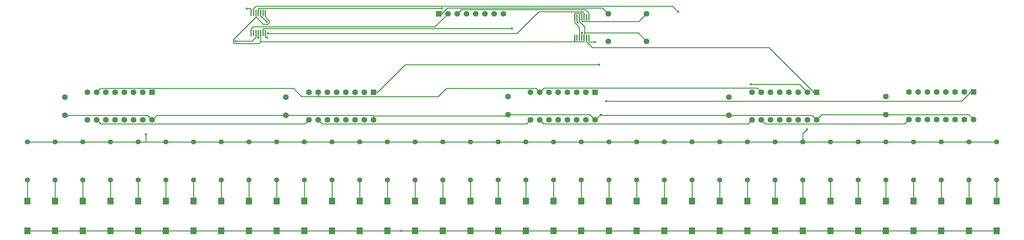
<source format=gtl>
G04 Layer: TopLayer*
G04 EasyEDA v6.5.43, 2024-07-16 18:23:05*
G04 cb6e2e9fbd21486d88ae5690d2d3dc00,10*
G04 Gerber Generator version 0.2*
G04 Scale: 100 percent, Rotated: No, Reflected: No *
G04 Dimensions in inches *
G04 leading zeros omitted , absolute positions ,3 integer and 6 decimal *
%FSLAX36Y36*%
%MOIN*%

%ADD10C,0.0100*%
%ADD11R,0.0669X0.0748*%
%ADD12R,0.0157X0.0669*%
%ADD13C,0.0630*%
%ADD14C,0.0551*%
%ADD15R,0.0620X0.0620*%
%ADD16C,0.0620*%
%ADD17R,0.0630X0.0630*%
%ADD18C,0.0240*%
%ADD19C,0.0194*%

%LPD*%
D10*
X4650000Y938580D02*
G01*
X4500000Y938580D01*
X4800000Y938580D02*
G01*
X4650000Y938580D01*
X5055000Y3300000D02*
G01*
X5097010Y3300000D01*
X5097010Y3300000D02*
G01*
X5097010Y3310500D01*
X5149430Y3362919D01*
X6830389Y3362919D01*
X6893310Y3300000D01*
X4350000Y2188069D02*
G01*
X5791490Y2188069D01*
X5805000Y2201579D01*
X3400000Y2196579D02*
G01*
X4341490Y2196579D01*
X4350000Y2188069D01*
X4350000Y2145000D02*
G01*
X4350000Y2188069D01*
X3400000Y2196579D02*
G01*
X2001580Y2196579D01*
X1950000Y2145000D01*
X6811629Y2196579D02*
G01*
X6801580Y2196579D01*
X6750000Y2145000D01*
X8200000Y2196579D02*
G01*
X6811629Y2196579D01*
X6811629Y2196579D02*
G01*
X6811629Y2201280D01*
X9150000Y2145000D02*
G01*
X9098419Y2196579D01*
X8200000Y2196579D01*
X10850000Y2150000D02*
G01*
X10798400Y2201579D01*
X9900000Y2201579D01*
X1005000Y2196579D02*
G01*
X1898419Y2196579D01*
X1950000Y2145000D01*
X5805000Y2201579D02*
G01*
X6693419Y2201579D01*
X6750000Y2145000D01*
X9900000Y2201579D02*
G01*
X9206580Y2201579D01*
X9150000Y2145000D01*
X4500000Y938580D02*
G01*
X4200000Y938580D01*
X900000Y938580D02*
G01*
X600000Y938580D01*
X1200000Y938580D02*
G01*
X900000Y938580D01*
X1500000Y938580D02*
G01*
X1200000Y938580D01*
X1800000Y938580D02*
G01*
X1500000Y938580D01*
X2100000Y938580D02*
G01*
X1800000Y938580D01*
X2400000Y938580D02*
G01*
X2100000Y938580D01*
X2700000Y938580D02*
G01*
X2400000Y938580D01*
X3000000Y938580D02*
G01*
X2700000Y938580D01*
X3300000Y938580D02*
G01*
X3000000Y938580D01*
X3600000Y938580D02*
G01*
X3300000Y938580D01*
X3900000Y938580D02*
G01*
X3600000Y938580D01*
X4200000Y938580D02*
G01*
X3900000Y938580D01*
X5100000Y938580D02*
G01*
X4800000Y938580D01*
X5400000Y938580D02*
G01*
X5100000Y938580D01*
X5700000Y938580D02*
G01*
X5400000Y938580D01*
X6000000Y938580D02*
G01*
X5700000Y938580D01*
X6300000Y938580D02*
G01*
X6000000Y938580D01*
X6600000Y938580D02*
G01*
X6300000Y938580D01*
X6900000Y938580D02*
G01*
X6600000Y938580D01*
X7200000Y938580D02*
G01*
X6900000Y938580D01*
X7500000Y938580D02*
G01*
X7200000Y938580D01*
X7800000Y938580D02*
G01*
X7500000Y938580D01*
X8100000Y938580D02*
G01*
X7800000Y938580D01*
X8400000Y938580D02*
G01*
X8100000Y938580D01*
X8700000Y938580D02*
G01*
X8400000Y938580D01*
X9000000Y938580D02*
G01*
X8700000Y938580D01*
X9300000Y938580D02*
G01*
X9000000Y938580D01*
X9600000Y938580D02*
G01*
X9300000Y938580D01*
X9900000Y938580D02*
G01*
X9600000Y938580D01*
X10200000Y938580D02*
G01*
X9900000Y938580D01*
X10500000Y938580D02*
G01*
X10200000Y938580D01*
X10800000Y938580D02*
G01*
X10500000Y938580D01*
X11100000Y938580D02*
G01*
X10800000Y938580D01*
X3151180Y3089760D02*
G01*
X3151180Y3134240D01*
X3151180Y3134240D02*
G01*
X3156019Y3139079D01*
X5849530Y3139079D01*
X8550000Y2445000D02*
G01*
X8504040Y2490960D01*
X6195959Y2490960D01*
X6150000Y2445000D01*
X3750000Y2400100D02*
G01*
X5050379Y2400100D01*
X5137860Y2487579D01*
X6107420Y2487579D01*
X6150000Y2445000D01*
X1350000Y2445000D02*
G01*
X1392579Y2487579D01*
X3482960Y2487579D01*
X3570439Y2400100D01*
X3750000Y2400100D01*
X3750000Y2445000D02*
G01*
X3750000Y2400100D01*
X3125590Y3310239D02*
G01*
X3125590Y3265770D01*
X3191670Y3211460D02*
G01*
X3137359Y3265770D01*
X3125590Y3265770D01*
X3100000Y3038029D02*
G01*
X3100000Y3089760D01*
X3176769Y3045290D02*
G01*
X3189340Y3045290D01*
X3194589Y3040039D01*
X9046729Y2041239D02*
G01*
X9000000Y1994510D01*
X9000000Y1906689D01*
X1882299Y1906689D02*
G01*
X1800000Y1906689D01*
X2100000Y1906689D02*
G01*
X1882299Y1906689D01*
X1882299Y1906689D02*
G01*
X1882299Y1990560D01*
X6528230Y3215770D02*
G01*
X6528230Y3201399D01*
X6579409Y3150219D01*
X6579409Y3039760D01*
X3176769Y3089760D02*
G01*
X3176769Y3045290D01*
X6605000Y3260239D02*
G01*
X6605000Y3304720D01*
X6528230Y3260239D02*
G01*
X6528230Y3304720D01*
X6528230Y3304720D02*
G01*
X6528299Y3304789D01*
X6604930Y3304789D01*
X6605000Y3304720D01*
X6528230Y3238009D02*
G01*
X6528230Y3260239D01*
X6528230Y3238009D02*
G01*
X6528230Y3215770D01*
X2400000Y1906689D02*
G01*
X2100000Y1906689D01*
X4500000Y1906689D02*
G01*
X4200000Y1906689D01*
X4800000Y1906689D02*
G01*
X4500000Y1906689D01*
X6900000Y1906689D02*
G01*
X6600000Y1906689D01*
X7200000Y1906689D02*
G01*
X6900000Y1906689D01*
X9300000Y1906689D02*
G01*
X9000000Y1906689D01*
X9600000Y1906689D02*
G01*
X9300000Y1906689D01*
X7306689Y3300000D02*
G01*
X7222389Y3215700D01*
X6605069Y3215700D01*
X6605000Y3215770D01*
X6605000Y3260239D02*
G01*
X6605000Y3215770D01*
X600000Y1906689D02*
G01*
X900000Y1906689D01*
X900000Y1906689D02*
G01*
X1200000Y1906689D01*
X1200000Y1906689D02*
G01*
X1500000Y1906689D01*
X1500000Y1906689D02*
G01*
X1800000Y1906689D01*
X2400000Y1906689D02*
G01*
X2700000Y1906689D01*
X2700000Y1906689D02*
G01*
X3000000Y1906689D01*
X3000000Y1906689D02*
G01*
X3300000Y1906689D01*
X3300000Y1906689D02*
G01*
X3600000Y1906689D01*
X3600000Y1906689D02*
G01*
X3900000Y1906689D01*
X3900000Y1906689D02*
G01*
X4200000Y1906689D01*
X4800000Y1906689D02*
G01*
X5100000Y1906689D01*
X5100000Y1906689D02*
G01*
X5400000Y1906689D01*
X5400000Y1906689D02*
G01*
X5700000Y1906689D01*
X5700000Y1906689D02*
G01*
X6000000Y1906689D01*
X6000000Y1906689D02*
G01*
X6300000Y1906689D01*
X6300000Y1906689D02*
G01*
X6600000Y1906689D01*
X7200000Y1906689D02*
G01*
X7500000Y1906689D01*
X7500000Y1906689D02*
G01*
X7800000Y1906689D01*
X7800000Y1906689D02*
G01*
X8100000Y1906689D01*
X8100000Y1906689D02*
G01*
X8400000Y1906689D01*
X8400000Y1906689D02*
G01*
X8700000Y1906689D01*
X8700000Y1906689D02*
G01*
X9000000Y1906689D01*
X9600000Y1906689D02*
G01*
X9900000Y1906689D01*
X9900000Y1906689D02*
G01*
X10200000Y1906689D01*
X10200000Y1906689D02*
G01*
X10500000Y1906689D01*
X10500000Y1906689D02*
G01*
X10800000Y1906689D01*
X11100000Y1906689D02*
G01*
X10800000Y1906689D01*
X7500000Y1261419D02*
G01*
X7500000Y1493310D01*
X7200000Y1261419D02*
G01*
X7200000Y1493310D01*
X4800000Y1261419D02*
G01*
X4800000Y1493310D01*
X2700000Y1261419D02*
G01*
X2700000Y1493310D01*
X1800000Y1261419D02*
G01*
X1800000Y1493310D01*
X4350000Y2445000D02*
G01*
X4392510Y2445000D01*
X6681769Y3039760D02*
G01*
X6681769Y2995290D01*
X6749880Y2991210D02*
G01*
X6685850Y2991210D01*
X6681769Y2995290D01*
X4392510Y2445000D02*
G01*
X4693789Y2746280D01*
X6791440Y2746280D01*
X8450000Y2145000D02*
G01*
X8407140Y2102139D01*
X6192860Y2102139D01*
X6150000Y2145000D01*
X6630590Y3260239D02*
G01*
X6630590Y3304720D01*
X6630590Y3304720D02*
G01*
X6611940Y3323370D01*
X6139799Y3323370D01*
X5903490Y3087060D01*
X3202910Y3087060D01*
X3100000Y3310239D02*
G01*
X3100000Y3354720D01*
X3100000Y3354720D02*
G01*
X3104399Y3359119D01*
X5088860Y3359119D01*
X3048819Y3310239D02*
G01*
X3048819Y3354720D01*
X3048819Y3354720D02*
G01*
X3077110Y3383009D01*
X7587340Y3383009D01*
X7647399Y3322950D01*
X8437349Y2533000D02*
G01*
X8961999Y2533000D01*
X9050000Y2445000D01*
X3023230Y3089760D02*
G01*
X3023230Y3134240D01*
X5155000Y3300000D02*
G01*
X5012700Y3157700D01*
X3046689Y3157700D01*
X3023230Y3134240D01*
X10150000Y2150000D02*
G01*
X10102140Y2102139D01*
X8592860Y2102139D01*
X8550000Y2145000D01*
X3650000Y2145000D02*
G01*
X3607139Y2102139D01*
X1392860Y2102139D01*
X1350000Y2145000D01*
X6050000Y2145000D02*
G01*
X6007139Y2102139D01*
X3792860Y2102139D01*
X3750000Y2145000D01*
X11100000Y1261419D02*
G01*
X11100000Y1493310D01*
X10800000Y1261419D02*
G01*
X10800000Y1493310D01*
X10500000Y1261419D02*
G01*
X10500000Y1493310D01*
X10200000Y1261419D02*
G01*
X10200000Y1493310D01*
X600000Y1261419D02*
G01*
X600000Y1493310D01*
X900000Y1261419D02*
G01*
X900000Y1493310D01*
X1200000Y1261419D02*
G01*
X1200000Y1493310D01*
X1500000Y1261419D02*
G01*
X1500000Y1493310D01*
X2400000Y1261419D02*
G01*
X2400000Y1493310D01*
X3000000Y1261419D02*
G01*
X3000000Y1493310D01*
X3300000Y1261419D02*
G01*
X3300000Y1493310D01*
X3600000Y1261419D02*
G01*
X3600000Y1493310D01*
X3900000Y1261419D02*
G01*
X3900000Y1493310D01*
X4200000Y1261419D02*
G01*
X4200000Y1493310D01*
X5100000Y1261419D02*
G01*
X5100000Y1493310D01*
X5400000Y1261419D02*
G01*
X5400000Y1493310D01*
X5700000Y1261419D02*
G01*
X5700000Y1493310D01*
X6000000Y1261419D02*
G01*
X6000000Y1493310D01*
X6300000Y1261419D02*
G01*
X6300000Y1493310D01*
X6600000Y1261419D02*
G01*
X6600000Y1493310D01*
X6900000Y1261419D02*
G01*
X6900000Y1493310D01*
X7800000Y1261419D02*
G01*
X7800000Y1493310D01*
X8100000Y1261419D02*
G01*
X8100000Y1493310D01*
X8400000Y1261419D02*
G01*
X8400000Y1493310D01*
X8700000Y1261419D02*
G01*
X8700000Y1493310D01*
X9000000Y1261419D02*
G01*
X9000000Y1493310D01*
X9600000Y1261419D02*
G01*
X9600000Y1493310D01*
X9900000Y1261419D02*
G01*
X9900000Y1493310D01*
X9300000Y1261419D02*
G01*
X9300000Y1493310D01*
X4500000Y1261419D02*
G01*
X4500000Y1493310D01*
X2100000Y1261419D02*
G01*
X2100000Y1493310D01*
X3074409Y3264699D02*
G01*
X2827439Y3017730D01*
X2827439Y2990200D01*
X2841760Y2975880D01*
X3106180Y2975880D01*
X3125590Y2995290D01*
X3074409Y3269749D02*
G01*
X3074409Y3264699D01*
X3074409Y3264699D02*
G01*
X3152359Y3186750D01*
X3203329Y3186750D01*
X3214750Y3198170D01*
X3214750Y3227790D01*
X3176769Y3265770D01*
X3176769Y3310239D02*
G01*
X3176769Y3265770D01*
X3074409Y3310239D02*
G01*
X3074409Y3269749D01*
X3125590Y2995290D02*
G01*
X3125590Y3045290D01*
X3125590Y2995290D02*
G01*
X6528230Y2995290D01*
X3125590Y3089760D02*
G01*
X3125590Y3045290D01*
X6528230Y2996140D02*
G01*
X6528230Y2995290D01*
X6528230Y3039760D02*
G01*
X6528230Y2996140D01*
X6637070Y3090720D02*
G01*
X6637070Y3157809D01*
X6579409Y3215470D01*
X6579409Y3260239D01*
X6637070Y3090720D02*
G01*
X6630590Y3084240D01*
X7306689Y3000000D02*
G01*
X7215969Y3090720D01*
X6637070Y3090720D01*
X6630590Y3039760D02*
G01*
X6630590Y3084240D01*
X6630590Y3021500D02*
G01*
X6630590Y3039760D01*
X6630590Y3021500D02*
G01*
X6630590Y2995290D01*
X6630590Y2995290D02*
G01*
X6630519Y2995219D01*
X6528299Y2995219D01*
X6528230Y2995290D01*
X6681769Y3260239D02*
G01*
X6681769Y3304720D01*
X6681769Y3304720D02*
G01*
X6639750Y3346740D01*
X5301740Y3346740D01*
X5255000Y3300000D01*
X6656180Y2995290D02*
G01*
X6719049Y2932420D01*
X8630699Y2932420D01*
X9107500Y2455619D01*
X9107500Y2445000D01*
X6656180Y3039760D02*
G01*
X6656180Y2995290D01*
X9150000Y2445000D02*
G01*
X9107500Y2445000D01*
X3074409Y3045290D02*
G01*
X3033100Y3003980D01*
X2852690Y3003980D01*
X3074409Y3089760D02*
G01*
X3074409Y3045290D01*
X2974170Y3354720D02*
G01*
X3023230Y3354720D01*
X3023230Y3310239D02*
G01*
X3023230Y3354720D01*
X10807500Y2450000D02*
G01*
X10807500Y2439380D01*
X10718800Y2350630D01*
X6869020Y2350630D01*
X10850000Y2450000D02*
G01*
X10807500Y2450000D01*
X6553819Y3260239D02*
G01*
X6553819Y3215770D01*
X6557510Y3204740D02*
G01*
X6557510Y3212080D01*
X6553819Y3215770D01*
X6605000Y3039760D02*
G01*
X6605000Y3084240D01*
X6605000Y3084240D02*
G01*
X6605940Y3085180D01*
X6605940Y3092289D01*
D11*
G01*
X600000Y938580D03*
G01*
X600000Y1261419D03*
G01*
X900000Y938580D03*
G01*
X900000Y1261419D03*
G01*
X1200000Y938580D03*
G01*
X1200000Y1261419D03*
G01*
X1500000Y938580D03*
G01*
X1500000Y1261419D03*
G01*
X1800000Y938580D03*
G01*
X1800000Y1261419D03*
G01*
X2100000Y938580D03*
G01*
X2100000Y1261419D03*
G01*
X2400000Y938580D03*
G01*
X2400000Y1261419D03*
G01*
X2700000Y938580D03*
G01*
X2700000Y1261419D03*
G01*
X3000000Y938580D03*
G01*
X3000000Y1261419D03*
G01*
X3300000Y938580D03*
G01*
X3300000Y1261419D03*
G01*
X3600000Y938580D03*
G01*
X3600000Y1261419D03*
G01*
X3900000Y938580D03*
G01*
X3900000Y1261419D03*
G01*
X4200000Y938580D03*
G01*
X4200000Y1261419D03*
G01*
X4500000Y938580D03*
G01*
X4500000Y1261419D03*
G01*
X4800000Y938580D03*
G01*
X4800000Y1261419D03*
G01*
X5100000Y938580D03*
G01*
X5100000Y1261419D03*
G01*
X5400000Y938580D03*
G01*
X5400000Y1261419D03*
G01*
X5700000Y938580D03*
G01*
X5700000Y1261419D03*
G01*
X6000000Y938580D03*
G01*
X6000000Y1261419D03*
G01*
X6300000Y938580D03*
G01*
X6300000Y1261419D03*
G01*
X6600000Y938580D03*
G01*
X6600000Y1261419D03*
G01*
X6900000Y938580D03*
G01*
X6900000Y1261419D03*
G01*
X7200000Y938580D03*
G01*
X7200000Y1261419D03*
G01*
X7500000Y938580D03*
G01*
X7500000Y1261419D03*
G01*
X7800000Y938580D03*
G01*
X7800000Y1261419D03*
G01*
X8100000Y938580D03*
G01*
X8100000Y1261419D03*
G01*
X8400000Y938580D03*
G01*
X8400000Y1261419D03*
G01*
X8700000Y938580D03*
G01*
X8700000Y1261419D03*
G01*
X9000000Y938580D03*
G01*
X9000000Y1261419D03*
G01*
X9300000Y938580D03*
G01*
X9300000Y1261419D03*
G01*
X9600000Y938580D03*
G01*
X9600000Y1261419D03*
G01*
X9900000Y938580D03*
G01*
X9900000Y1261419D03*
G01*
X10200000Y938580D03*
G01*
X10200000Y1261419D03*
G01*
X10500000Y938580D03*
G01*
X10500000Y1261419D03*
G01*
X10800000Y938580D03*
G01*
X10800000Y1261419D03*
G01*
X11100000Y938580D03*
G01*
X11100000Y1261419D03*
D12*
G01*
X3023230Y3089760D03*
G01*
X3048819Y3089760D03*
G01*
X3074409Y3089760D03*
G01*
X3100000Y3089760D03*
G01*
X3125590Y3089760D03*
G01*
X3151180Y3089760D03*
G01*
X3176769Y3089760D03*
G01*
X3176769Y3310239D03*
G01*
X3151180Y3310239D03*
G01*
X3125590Y3310239D03*
G01*
X3100000Y3310239D03*
G01*
X3074409Y3310239D03*
G01*
X3048819Y3310239D03*
G01*
X3023230Y3310239D03*
G01*
X6681769Y3260239D03*
G01*
X6656180Y3260239D03*
G01*
X6630590Y3260239D03*
G01*
X6605000Y3260239D03*
G01*
X6579409Y3260239D03*
G01*
X6553819Y3260239D03*
G01*
X6528230Y3260239D03*
G01*
X6528230Y3039760D03*
G01*
X6553819Y3039760D03*
G01*
X6579409Y3039760D03*
G01*
X6605000Y3039760D03*
G01*
X6630590Y3039760D03*
G01*
X6656180Y3039760D03*
G01*
X6681769Y3039760D03*
D13*
G01*
X1005000Y2196579D03*
G01*
X1005000Y2393429D03*
G01*
X3400000Y2196579D03*
G01*
X3400000Y2393429D03*
G01*
X5805000Y2201579D03*
G01*
X5805000Y2398429D03*
G01*
X8200000Y2196579D03*
G01*
X8200000Y2393429D03*
G01*
X9900000Y2201579D03*
G01*
X9900000Y2398429D03*
D14*
G01*
X600000Y1493310D03*
G01*
X600000Y1906689D03*
G01*
X900000Y1493310D03*
G01*
X900000Y1906689D03*
G01*
X1200000Y1493310D03*
G01*
X1200000Y1906689D03*
G01*
X1500000Y1493310D03*
G01*
X1500000Y1906689D03*
G01*
X1800000Y1493310D03*
G01*
X1800000Y1906689D03*
G01*
X2100000Y1493310D03*
G01*
X2100000Y1906689D03*
G01*
X2400000Y1493310D03*
G01*
X2400000Y1906689D03*
G01*
X2700000Y1493310D03*
G01*
X2700000Y1906689D03*
G01*
X3000000Y1493310D03*
G01*
X3000000Y1906689D03*
G01*
X3300000Y1493310D03*
G01*
X3300000Y1906689D03*
G01*
X3600000Y1493310D03*
G01*
X3600000Y1906689D03*
G01*
X3900000Y1493310D03*
G01*
X3900000Y1906689D03*
G01*
X4200000Y1493310D03*
G01*
X4200000Y1906689D03*
G01*
X4500000Y1493310D03*
G01*
X4500000Y1906689D03*
G01*
X4800000Y1493310D03*
G01*
X4800000Y1906689D03*
G01*
X5100000Y1493310D03*
G01*
X5100000Y1906689D03*
G01*
X5400000Y1493310D03*
G01*
X5400000Y1906689D03*
G01*
X5700000Y1493310D03*
G01*
X5700000Y1906689D03*
G01*
X6000000Y1493310D03*
G01*
X6000000Y1906689D03*
G01*
X6300000Y1493310D03*
G01*
X6300000Y1906689D03*
G01*
X6600000Y1493310D03*
G01*
X6600000Y1906689D03*
G01*
X6900000Y1493310D03*
G01*
X6900000Y1906689D03*
G01*
X7200000Y1493310D03*
G01*
X7200000Y1906689D03*
G01*
X7500000Y1493310D03*
G01*
X7500000Y1906689D03*
G01*
X7800000Y1493310D03*
G01*
X7800000Y1906689D03*
G01*
X8100000Y1493310D03*
G01*
X8100000Y1906689D03*
G01*
X8400000Y1493310D03*
G01*
X8400000Y1906689D03*
G01*
X8700000Y1493310D03*
G01*
X8700000Y1906689D03*
G01*
X9000000Y1493310D03*
G01*
X9000000Y1906689D03*
G01*
X9300000Y1493310D03*
G01*
X9300000Y1906689D03*
G01*
X9600000Y1493310D03*
G01*
X9600000Y1906689D03*
G01*
X9900000Y1493310D03*
G01*
X9900000Y1906689D03*
G01*
X10200000Y1493310D03*
G01*
X10200000Y1906689D03*
G01*
X10500000Y1493310D03*
G01*
X10500000Y1906689D03*
G01*
X10800000Y1493310D03*
G01*
X10800000Y1906689D03*
G01*
X11100000Y1493310D03*
G01*
X11100000Y1906689D03*
D15*
G01*
X5055000Y3300000D03*
D16*
G01*
X5155000Y3300000D03*
G01*
X5255000Y3300000D03*
G01*
X5355000Y3300000D03*
G01*
X5455000Y3300000D03*
G01*
X5555000Y3300000D03*
G01*
X5655000Y3300000D03*
G01*
X5755000Y3300000D03*
D13*
G01*
X1950000Y2145000D03*
G01*
X1850000Y2145000D03*
G01*
X1750000Y2145000D03*
G01*
X1650000Y2145000D03*
G01*
X1550000Y2145000D03*
G01*
X1450000Y2145000D03*
G01*
X1350000Y2145000D03*
G01*
X1250000Y2145000D03*
G01*
X1250000Y2445000D03*
G01*
X1350000Y2445000D03*
G01*
X1450000Y2445000D03*
G01*
X1550000Y2445000D03*
G01*
X1650000Y2445000D03*
G01*
X1750000Y2445000D03*
G01*
X1850000Y2445000D03*
D17*
G01*
X1950000Y2445000D03*
D13*
G01*
X4350000Y2145000D03*
G01*
X4250000Y2145000D03*
G01*
X4150000Y2145000D03*
G01*
X4050000Y2145000D03*
G01*
X3950000Y2145000D03*
G01*
X3850000Y2145000D03*
G01*
X3750000Y2145000D03*
G01*
X3650000Y2145000D03*
G01*
X3650000Y2445000D03*
G01*
X3750000Y2445000D03*
G01*
X3850000Y2445000D03*
G01*
X3950000Y2445000D03*
G01*
X4050000Y2445000D03*
G01*
X4150000Y2445000D03*
G01*
X4250000Y2445000D03*
D17*
G01*
X4350000Y2445000D03*
D13*
G01*
X6750000Y2145000D03*
G01*
X6650000Y2145000D03*
G01*
X6550000Y2145000D03*
G01*
X6450000Y2145000D03*
G01*
X6350000Y2145000D03*
G01*
X6250000Y2145000D03*
G01*
X6150000Y2145000D03*
G01*
X6050000Y2145000D03*
G01*
X6050000Y2445000D03*
G01*
X6150000Y2445000D03*
G01*
X6250000Y2445000D03*
G01*
X6350000Y2445000D03*
G01*
X6450000Y2445000D03*
G01*
X6550000Y2445000D03*
G01*
X6650000Y2445000D03*
D17*
G01*
X6750000Y2445000D03*
D13*
G01*
X9150000Y2145000D03*
G01*
X9050000Y2145000D03*
G01*
X8950000Y2145000D03*
G01*
X8850000Y2145000D03*
G01*
X8750000Y2145000D03*
G01*
X8650000Y2145000D03*
G01*
X8550000Y2145000D03*
G01*
X8450000Y2145000D03*
G01*
X8450000Y2445000D03*
G01*
X8550000Y2445000D03*
G01*
X8650000Y2445000D03*
G01*
X8750000Y2445000D03*
G01*
X8850000Y2445000D03*
G01*
X8950000Y2445000D03*
G01*
X9050000Y2445000D03*
D17*
G01*
X9150000Y2445000D03*
D13*
G01*
X10850000Y2150000D03*
G01*
X10750000Y2150000D03*
G01*
X10650000Y2150000D03*
G01*
X10550000Y2150000D03*
G01*
X10450000Y2150000D03*
G01*
X10350000Y2150000D03*
G01*
X10250000Y2150000D03*
G01*
X10150000Y2150000D03*
G01*
X10150000Y2450000D03*
G01*
X10250000Y2450000D03*
G01*
X10350000Y2450000D03*
G01*
X10450000Y2450000D03*
G01*
X10550000Y2450000D03*
G01*
X10650000Y2450000D03*
G01*
X10750000Y2450000D03*
D17*
G01*
X10850000Y2450000D03*
D13*
G01*
X6893310Y3000000D03*
G01*
X7306689Y3000000D03*
G01*
X7306689Y3300000D03*
G01*
X6893310Y3300000D03*
D18*
G01*
X4650000Y938580D03*
G01*
X6811629Y2201280D03*
G01*
X5849530Y3139079D03*
G01*
X3191670Y3211460D03*
G01*
X3100000Y3038029D03*
G01*
X9046729Y2041239D03*
G01*
X1882299Y1990560D03*
G01*
X3194589Y3040039D03*
G01*
X6749880Y2991210D03*
G01*
X6791440Y2746280D03*
G01*
X3202910Y3087060D03*
G01*
X5088860Y3359119D03*
G01*
X8437349Y2533000D03*
G01*
X7647399Y3322950D03*
G01*
X2852690Y3003980D03*
G01*
X2974170Y3354720D03*
G01*
X6557510Y3204740D03*
G01*
X6869020Y2350630D03*
G01*
X6605940Y3092289D03*
M02*

</source>
